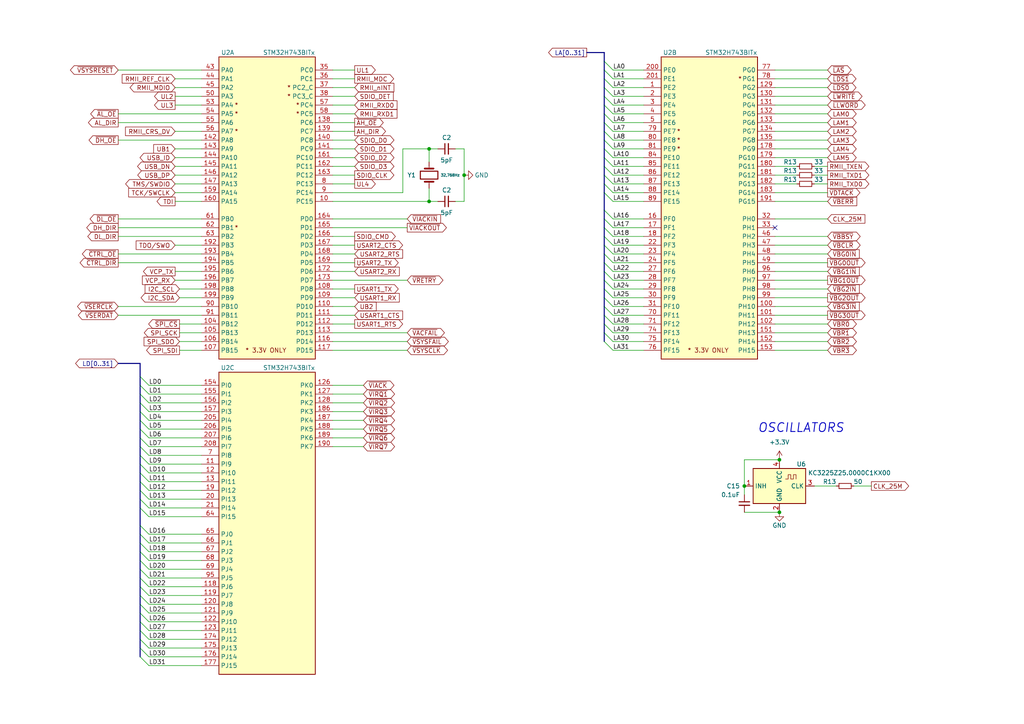
<source format=kicad_sch>
(kicad_sch (version 20230121) (generator eeschema)
  (paper "A4")
  (title_block (title "BigBoy") (rev "1"))
  (junction (at 134.62 50.8))
  (junction (at 124.46 43.18))
  (junction (at 215.9 140.97))
  (junction (at 124.46 58.42))
  (junction (at 226.06 148.59))
  (junction (at 226.06 133.35))
  (no_connect (at 224.79 66.04))
  (bus_entry (at 175.26 22.86) (size 2.54 2.54))
  (bus_entry (at 40.64 187.96) (size 2.54 2.54))
  (bus_entry (at 40.64 157.48) (size 2.54 2.54))
  (bus_entry (at 40.64 139.7) (size 2.54 2.54))
  (bus_entry (at 40.64 119.38) (size 2.54 2.54))
  (bus_entry (at 40.64 160.02) (size 2.54 2.54))
  (bus_entry (at 175.26 99.06) (size 2.54 2.54))
  (bus_entry (at 175.26 48.26) (size 2.54 2.54))
  (bus_entry (at 175.26 88.9) (size 2.54 2.54))
  (bus_entry (at 175.26 35.56) (size 2.54 2.54))
  (bus_entry (at 175.26 43.18) (size 2.54 2.54))
  (bus_entry (at 175.26 71.12) (size 2.54 2.54))
  (bus_entry (at 40.64 129.54) (size 2.54 2.54))
  (bus_entry (at 175.26 91.44) (size 2.54 2.54))
  (bus_entry (at 175.26 55.88) (size 2.54 2.54))
  (bus_entry (at 40.64 111.76) (size 2.54 2.54))
  (bus_entry (at 175.26 76.2) (size 2.54 2.54))
  (bus_entry (at 175.26 45.72) (size 2.54 2.54))
  (bus_entry (at 40.64 137.16) (size 2.54 2.54))
  (bus_entry (at 40.64 185.42) (size 2.54 2.54))
  (bus_entry (at 40.64 175.26) (size 2.54 2.54))
  (bus_entry (at 175.26 81.28) (size 2.54 2.54))
  (bus_entry (at 40.64 152.4) (size 2.54 2.54))
  (bus_entry (at 175.26 96.52) (size 2.54 2.54))
  (bus_entry (at 40.64 147.32) (size 2.54 2.54))
  (bus_entry (at 40.64 180.34) (size 2.54 2.54))
  (bus_entry (at 40.64 134.62) (size 2.54 2.54))
  (bus_entry (at 175.26 66.04) (size 2.54 2.54))
  (bus_entry (at 40.64 116.84) (size 2.54 2.54))
  (bus_entry (at 175.26 40.64) (size 2.54 2.54))
  (bus_entry (at 175.26 50.8) (size 2.54 2.54))
  (bus_entry (at 40.64 154.94) (size 2.54 2.54))
  (bus_entry (at 40.64 172.72) (size 2.54 2.54))
  (bus_entry (at 175.26 63.5) (size 2.54 2.54))
  (bus_entry (at 175.26 60.96) (size 2.54 2.54))
  (bus_entry (at 40.64 124.46) (size 2.54 2.54))
  (bus_entry (at 40.64 167.64) (size 2.54 2.54))
  (bus_entry (at 40.64 132.08) (size 2.54 2.54))
  (bus_entry (at 175.26 78.74) (size 2.54 2.54))
  (bus_entry (at 40.64 165.1) (size 2.54 2.54))
  (bus_entry (at 175.26 30.48) (size 2.54 2.54))
  (bus_entry (at 40.64 109.22) (size 2.54 2.54))
  (bus_entry (at 40.64 121.92) (size 2.54 2.54))
  (bus_entry (at 40.64 142.24) (size 2.54 2.54))
  (bus_entry (at 175.26 17.78) (size 2.54 2.54))
  (bus_entry (at 40.64 170.18) (size 2.54 2.54))
  (bus_entry (at 175.26 93.98) (size 2.54 2.54))
  (bus_entry (at 175.26 86.36) (size 2.54 2.54))
  (bus_entry (at 40.64 114.3) (size 2.54 2.54))
  (bus_entry (at 175.26 20.32) (size 2.54 2.54))
  (bus_entry (at 175.26 33.02) (size 2.54 2.54))
  (bus_entry (at 175.26 25.4) (size 2.54 2.54))
  (bus_entry (at 40.64 144.78) (size 2.54 2.54))
  (bus_entry (at 175.26 27.94) (size 2.54 2.54))
  (bus_entry (at 175.26 73.66) (size 2.54 2.54))
  (bus_entry (at 40.64 177.8) (size 2.54 2.54))
  (bus_entry (at 40.64 127) (size 2.54 2.54))
  (bus_entry (at 175.26 38.1) (size 2.54 2.54))
  (bus_entry (at 40.64 190.5) (size 2.54 2.54))
  (bus_entry (at 175.26 83.82) (size 2.54 2.54))
  (bus_entry (at 175.26 53.34) (size 2.54 2.54))
  (bus_entry (at 175.26 68.58) (size 2.54 2.54))
  (bus_entry (at 40.64 182.88) (size 2.54 2.54))
  (bus_entry (at 40.64 162.56) (size 2.54 2.54))
  (bus (pts (xy 175.26 38.1) (xy 175.26 40.64)))
  (wire (pts (xy 116.84 55.88) (xy 96.52 55.88)))
  (bus (pts (xy 175.26 60.96) (xy 175.26 63.5)))
  (wire (pts (xy 224.79 91.44) (xy 240.03 91.44)))
  (wire (pts (xy 116.84 43.18) (xy 116.84 55.88)))
  (wire (pts (xy 43.18 137.16) (xy 58.42 137.16)))
  (wire (pts (xy 177.8 96.52) (xy 186.69 96.52)))
  (bus (pts (xy 175.26 15.24) (xy 170.18 15.24)))
  (wire (pts (xy 224.79 33.02) (xy 240.03 33.02)))
  (wire (pts (xy 50.8 38.1) (xy 58.42 38.1)))
  (wire (pts (xy 43.18 127) (xy 58.42 127)))
  (bus (pts (xy 40.64 109.22) (xy 40.64 111.76)))
  (bus (pts (xy 175.26 68.58) (xy 175.26 71.12)))
  (wire (pts (xy 50.8 53.34) (xy 58.42 53.34)))
  (wire (pts (xy 177.8 43.18) (xy 186.69 43.18)))
  (bus (pts (xy 40.64 111.76) (xy 40.64 114.3)))
  (wire (pts (xy 50.8 58.42) (xy 58.42 58.42)))
  (bus (pts (xy 175.26 45.72) (xy 175.26 48.26)))
  (wire (pts (xy 224.79 99.06) (xy 240.03 99.06)))
  (wire (pts (xy 177.8 63.5) (xy 186.69 63.5)))
  (wire (pts (xy 96.52 96.52) (xy 118.11 96.52)))
  (wire (pts (xy 96.52 53.34) (xy 102.87 53.34)))
  (bus (pts (xy 40.64 119.38) (xy 40.64 121.92)))
  (wire (pts (xy 215.9 140.97) (xy 215.9 133.35)))
  (wire (pts (xy 177.8 78.74) (xy 186.69 78.74)))
  (wire (pts (xy 124.46 43.18) (xy 127 43.18)))
  (wire (pts (xy 215.9 140.97) (xy 215.9 143.51)))
  (wire (pts (xy 43.18 157.48) (xy 58.42 157.48)))
  (bus (pts (xy 175.26 63.5) (xy 175.26 66.04)))
  (wire (pts (xy 236.22 53.34) (xy 240.03 53.34)))
  (wire (pts (xy 177.8 40.64) (xy 186.69 40.64)))
  (bus (pts (xy 40.64 144.78) (xy 40.64 147.32)))
  (bus (pts (xy 175.26 66.04) (xy 175.26 68.58)))
  (wire (pts (xy 43.18 124.46) (xy 58.42 124.46)))
  (bus (pts (xy 175.26 43.18) (xy 175.26 45.72)))
  (wire (pts (xy 96.52 20.32) (xy 102.87 20.32)))
  (wire (pts (xy 215.9 148.59) (xy 226.06 148.59)))
  (wire (pts (xy 96.52 38.1) (xy 102.87 38.1)))
  (wire (pts (xy 124.46 58.42) (xy 124.46 54.61)))
  (wire (pts (xy 224.79 55.88) (xy 240.03 55.88)))
  (wire (pts (xy 224.79 27.94) (xy 240.03 27.94)))
  (wire (pts (xy 177.8 27.94) (xy 186.69 27.94)))
  (wire (pts (xy 34.29 35.56) (xy 58.42 35.56)))
  (bus (pts (xy 175.26 27.94) (xy 175.26 30.48)))
  (bus (pts (xy 40.64 160.02) (xy 40.64 162.56)))
  (wire (pts (xy 43.18 144.78) (xy 58.42 144.78)))
  (bus (pts (xy 175.26 20.32) (xy 175.26 22.86)))
  (wire (pts (xy 177.8 35.56) (xy 186.69 35.56)))
  (wire (pts (xy 34.29 66.04) (xy 58.42 66.04)))
  (bus (pts (xy 40.64 167.64) (xy 40.64 170.18)))
  (wire (pts (xy 224.79 20.32) (xy 240.03 20.32)))
  (wire (pts (xy 96.52 88.9) (xy 102.87 88.9)))
  (bus (pts (xy 40.64 157.48) (xy 40.64 160.02)))
  (wire (pts (xy 177.8 55.88) (xy 186.69 55.88)))
  (wire (pts (xy 50.8 71.12) (xy 58.42 71.12)))
  (wire (pts (xy 96.52 50.8) (xy 102.87 50.8)))
  (wire (pts (xy 177.8 20.32) (xy 186.69 20.32)))
  (wire (pts (xy 50.8 50.8) (xy 58.42 50.8)))
  (bus (pts (xy 175.26 17.78) (xy 175.26 20.32)))
  (bus (pts (xy 175.26 96.52) (xy 175.26 99.06)))
  (wire (pts (xy 43.18 187.96) (xy 58.42 187.96)))
  (bus (pts (xy 40.64 147.32) (xy 40.64 152.4)))
  (bus (pts (xy 40.64 105.41) (xy 40.64 109.22)))
  (wire (pts (xy 43.18 114.3) (xy 58.42 114.3)))
  (wire (pts (xy 224.79 73.66) (xy 240.03 73.66)))
  (bus (pts (xy 40.64 165.1) (xy 40.64 167.64)))
  (wire (pts (xy 177.8 30.48) (xy 186.69 30.48)))
  (wire (pts (xy 50.8 55.88) (xy 58.42 55.88)))
  (wire (pts (xy 43.18 134.62) (xy 58.42 134.62)))
  (wire (pts (xy 50.8 27.94) (xy 58.42 27.94)))
  (wire (pts (xy 34.29 33.02) (xy 58.42 33.02)))
  (wire (pts (xy 43.18 139.7) (xy 58.42 139.7)))
  (wire (pts (xy 96.52 68.58) (xy 102.87 68.58)))
  (wire (pts (xy 96.52 76.2) (xy 102.87 76.2)))
  (wire (pts (xy 224.79 86.36) (xy 240.03 86.36)))
  (bus (pts (xy 40.64 137.16) (xy 40.64 139.7)))
  (wire (pts (xy 96.52 66.04) (xy 118.11 66.04)))
  (wire (pts (xy 224.79 76.2) (xy 240.03 76.2)))
  (wire (pts (xy 52.07 83.82) (xy 58.42 83.82)))
  (wire (pts (xy 43.18 129.54) (xy 58.42 129.54)))
  (wire (pts (xy 43.18 147.32) (xy 58.42 147.32)))
  (wire (pts (xy 177.8 76.2) (xy 186.69 76.2)))
  (wire (pts (xy 224.79 81.28) (xy 240.03 81.28)))
  (wire (pts (xy 224.79 93.98) (xy 240.03 93.98)))
  (wire (pts (xy 50.8 25.4) (xy 58.42 25.4)))
  (wire (pts (xy 96.52 73.66) (xy 102.87 73.66)))
  (wire (pts (xy 43.18 111.76) (xy 58.42 111.76)))
  (bus (pts (xy 40.64 139.7) (xy 40.64 142.24)))
  (wire (pts (xy 96.52 93.98) (xy 102.87 93.98)))
  (wire (pts (xy 177.8 33.02) (xy 186.69 33.02)))
  (bus (pts (xy 40.64 180.34) (xy 40.64 182.88)))
  (wire (pts (xy 177.8 22.86) (xy 186.69 22.86)))
  (wire (pts (xy 132.08 58.42) (xy 134.62 58.42)))
  (bus (pts (xy 175.26 40.64) (xy 175.26 43.18)))
  (bus (pts (xy 40.64 127) (xy 40.64 129.54)))
  (bus (pts (xy 175.26 15.24) (xy 175.26 17.78)))
  (wire (pts (xy 177.8 45.72) (xy 186.69 45.72)))
  (bus (pts (xy 40.64 116.84) (xy 40.64 119.38)))
  (wire (pts (xy 224.79 101.6) (xy 240.03 101.6)))
  (wire (pts (xy 96.52 83.82) (xy 102.87 83.82)))
  (wire (pts (xy 96.52 40.64) (xy 102.87 40.64)))
  (wire (pts (xy 177.8 83.82) (xy 186.69 83.82)))
  (wire (pts (xy 43.18 193.04) (xy 58.42 193.04)))
  (wire (pts (xy 124.46 58.42) (xy 127 58.42)))
  (wire (pts (xy 96.52 91.44) (xy 102.87 91.44)))
  (wire (pts (xy 96.52 127) (xy 105.41 127)))
  (wire (pts (xy 177.8 93.98) (xy 186.69 93.98)))
  (wire (pts (xy 224.79 38.1) (xy 240.03 38.1)))
  (bus (pts (xy 40.64 121.92) (xy 40.64 124.46)))
  (wire (pts (xy 224.79 88.9) (xy 240.03 88.9)))
  (bus (pts (xy 175.26 25.4) (xy 175.26 27.94)))
  (wire (pts (xy 215.9 133.35) (xy 226.06 133.35)))
  (bus (pts (xy 175.26 93.98) (xy 175.26 96.52)))
  (wire (pts (xy 177.8 53.34) (xy 186.69 53.34)))
  (bus (pts (xy 175.26 53.34) (xy 175.26 55.88)))
  (wire (pts (xy 96.52 22.86) (xy 102.87 22.86)))
  (bus (pts (xy 175.26 83.82) (xy 175.26 86.36)))
  (wire (pts (xy 96.52 43.18) (xy 102.87 43.18)))
  (bus (pts (xy 40.64 172.72) (xy 40.64 175.26)))
  (wire (pts (xy 34.29 68.58) (xy 58.42 68.58)))
  (wire (pts (xy 96.52 63.5) (xy 118.11 63.5)))
  (wire (pts (xy 50.8 30.48) (xy 58.42 30.48)))
  (bus (pts (xy 40.64 177.8) (xy 40.64 180.34)))
  (bus (pts (xy 40.64 175.26) (xy 40.64 177.8)))
  (wire (pts (xy 224.79 53.34) (xy 231.14 53.34)))
  (wire (pts (xy 43.18 142.24) (xy 58.42 142.24)))
  (bus (pts (xy 40.64 114.3) (xy 40.64 116.84)))
  (wire (pts (xy 43.18 170.18) (xy 58.42 170.18)))
  (bus (pts (xy 175.26 22.86) (xy 175.26 25.4)))
  (wire (pts (xy 96.52 27.94) (xy 102.87 27.94)))
  (wire (pts (xy 34.29 20.32) (xy 58.42 20.32)))
  (wire (pts (xy 58.42 81.28) (xy 50.8 81.28)))
  (wire (pts (xy 236.22 48.26) (xy 240.03 48.26)))
  (wire (pts (xy 96.52 33.02) (xy 102.87 33.02)))
  (bus (pts (xy 40.64 142.24) (xy 40.64 144.78)))
  (wire (pts (xy 96.52 78.74) (xy 102.87 78.74)))
  (wire (pts (xy 96.52 99.06) (xy 118.11 99.06)))
  (bus (pts (xy 175.26 48.26) (xy 175.26 50.8)))
  (bus (pts (xy 40.64 162.56) (xy 40.64 165.1)))
  (wire (pts (xy 177.8 73.66) (xy 186.69 73.66)))
  (bus (pts (xy 175.26 81.28) (xy 175.26 83.82)))
  (wire (pts (xy 43.18 154.94) (xy 58.42 154.94)))
  (wire (pts (xy 52.07 96.52) (xy 58.42 96.52)))
  (bus (pts (xy 175.26 88.9) (xy 175.26 91.44)))
  (wire (pts (xy 34.29 63.5) (xy 58.42 63.5)))
  (wire (pts (xy 96.52 30.48) (xy 102.87 30.48)))
  (wire (pts (xy 58.42 78.74) (xy 50.8 78.74)))
  (wire (pts (xy 43.18 160.02) (xy 58.42 160.02)))
  (wire (pts (xy 224.79 96.52) (xy 240.03 96.52)))
  (wire (pts (xy 224.79 58.42) (xy 240.03 58.42)))
  (bus (pts (xy 175.26 86.36) (xy 175.26 88.9)))
  (bus (pts (xy 40.64 129.54) (xy 40.64 132.08)))
  (wire (pts (xy 96.52 121.92) (xy 105.41 121.92)))
  (wire (pts (xy 177.8 66.04) (xy 186.69 66.04)))
  (bus (pts (xy 40.64 134.62) (xy 40.64 137.16)))
  (wire (pts (xy 96.52 35.56) (xy 102.87 35.56)))
  (bus (pts (xy 40.64 170.18) (xy 40.64 172.72)))
  (bus (pts (xy 175.26 35.56) (xy 175.26 38.1)))
  (wire (pts (xy 43.18 190.5) (xy 58.42 190.5)))
  (wire (pts (xy 43.18 172.72) (xy 58.42 172.72)))
  (bus (pts (xy 175.26 78.74) (xy 175.26 81.28)))
  (wire (pts (xy 134.62 43.18) (xy 134.62 50.8)))
  (bus (pts (xy 175.26 50.8) (xy 175.26 53.34)))
  (bus (pts (xy 40.64 182.88) (xy 40.64 185.42)))
  (wire (pts (xy 52.07 101.6) (xy 58.42 101.6)))
  (wire (pts (xy 224.79 50.8) (xy 231.14 50.8)))
  (wire (pts (xy 34.29 88.9) (xy 58.42 88.9)))
  (wire (pts (xy 177.8 25.4) (xy 186.69 25.4)))
  (wire (pts (xy 50.8 48.26) (xy 58.42 48.26)))
  (bus (pts (xy 40.64 185.42) (xy 40.64 187.96)))
  (wire (pts (xy 96.52 111.76) (xy 105.41 111.76)))
  (wire (pts (xy 34.29 91.44) (xy 58.42 91.44)))
  (bus (pts (xy 175.26 55.88) (xy 175.26 60.96)))
  (wire (pts (xy 224.79 40.64) (xy 240.03 40.64)))
  (wire (pts (xy 43.18 116.84) (xy 58.42 116.84)))
  (wire (pts (xy 177.8 50.8) (xy 186.69 50.8)))
  (wire (pts (xy 224.79 25.4) (xy 240.03 25.4)))
  (bus (pts (xy 40.64 187.96) (xy 40.64 190.5)))
  (wire (pts (xy 224.79 35.56) (xy 240.03 35.56)))
  (wire (pts (xy 43.18 167.64) (xy 58.42 167.64)))
  (wire (pts (xy 96.52 45.72) (xy 102.87 45.72)))
  (wire (pts (xy 116.84 43.18) (xy 124.46 43.18)))
  (wire (pts (xy 224.79 83.82) (xy 240.03 83.82)))
  (wire (pts (xy 177.8 86.36) (xy 186.69 86.36)))
  (wire (pts (xy 96.52 58.42) (xy 124.46 58.42)))
  (wire (pts (xy 96.52 114.3) (xy 105.41 114.3)))
  (wire (pts (xy 224.79 22.86) (xy 240.03 22.86)))
  (wire (pts (xy 236.22 140.97) (xy 242.57 140.97)))
  (wire (pts (xy 224.79 30.48) (xy 240.03 30.48)))
  (wire (pts (xy 96.52 129.54) (xy 105.41 129.54)))
  (wire (pts (xy 96.52 86.36) (xy 102.87 86.36)))
  (bus (pts (xy 175.26 76.2) (xy 175.26 78.74)))
  (wire (pts (xy 224.79 43.18) (xy 240.03 43.18)))
  (wire (pts (xy 247.65 140.97) (xy 252.73 140.97)))
  (bus (pts (xy 175.26 73.66) (xy 175.26 76.2)))
  (wire (pts (xy 43.18 162.56) (xy 58.42 162.56)))
  (wire (pts (xy 43.18 149.86) (xy 58.42 149.86)))
  (wire (pts (xy 50.8 22.86) (xy 58.42 22.86)))
  (wire (pts (xy 224.79 48.26) (xy 231.14 48.26)))
  (wire (pts (xy 96.52 124.46) (xy 105.41 124.46)))
  (wire (pts (xy 43.18 180.34) (xy 58.42 180.34)))
  (wire (pts (xy 224.79 71.12) (xy 240.03 71.12)))
  (wire (pts (xy 177.8 81.28) (xy 186.69 81.28)))
  (bus (pts (xy 175.26 91.44) (xy 175.26 93.98)))
  (wire (pts (xy 43.18 177.8) (xy 58.42 177.8)))
  (wire (pts (xy 224.79 78.74) (xy 240.03 78.74)))
  (wire (pts (xy 177.8 71.12) (xy 186.69 71.12)))
  (wire (pts (xy 96.52 71.12) (xy 102.87 71.12)))
  (wire (pts (xy 224.79 45.72) (xy 240.03 45.72)))
  (wire (pts (xy 52.07 99.06) (xy 58.42 99.06)))
  (wire (pts (xy 96.52 119.38) (xy 105.41 119.38)))
  (bus (pts (xy 40.64 124.46) (xy 40.64 127)))
  (wire (pts (xy 52.07 86.36) (xy 58.42 86.36)))
  (wire (pts (xy 132.08 43.18) (xy 134.62 43.18)))
  (wire (pts (xy 177.8 88.9) (xy 186.69 88.9)))
  (wire (pts (xy 50.8 43.18) (xy 58.42 43.18)))
  (bus (pts (xy 40.64 105.41) (xy 34.29 105.41)))
  (wire (pts (xy 43.18 182.88) (xy 58.42 182.88)))
  (bus (pts (xy 40.64 154.94) (xy 40.64 157.48)))
  (wire (pts (xy 43.18 121.92) (xy 58.42 121.92)))
  (wire (pts (xy 43.18 119.38) (xy 58.42 119.38)))
  (bus (pts (xy 175.26 30.48) (xy 175.26 33.02)))
  (wire (pts (xy 177.8 48.26) (xy 186.69 48.26)))
  (wire (pts (xy 96.52 48.26) (xy 102.87 48.26)))
  (wire (pts (xy 50.8 45.72) (xy 58.42 45.72)))
  (wire (pts (xy 96.52 81.28) (xy 118.11 81.28)))
  (wire (pts (xy 34.29 40.64) (xy 58.42 40.64)))
  (bus (pts (xy 175.26 33.02) (xy 175.26 35.56)))
  (wire (pts (xy 124.46 43.18) (xy 124.46 46.99)))
  (wire (pts (xy 96.52 116.84) (xy 105.41 116.84)))
  (wire (pts (xy 177.8 68.58) (xy 186.69 68.58)))
  (wire (pts (xy 177.8 91.44) (xy 186.69 91.44)))
  (wire (pts (xy 224.79 63.5) (xy 240.03 63.5)))
  (wire (pts (xy 96.52 101.6) (xy 118.11 101.6)))
  (wire (pts (xy 177.8 101.6) (xy 186.69 101.6)))
  (bus (pts (xy 40.64 152.4) (xy 40.64 154.94)))
  (wire (pts (xy 52.07 93.98) (xy 58.42 93.98)))
  (wire (pts (xy 96.52 25.4) (xy 102.87 25.4)))
  (wire (pts (xy 43.18 185.42) (xy 58.42 185.42)))
  (wire (pts (xy 236.22 50.8) (xy 240.03 50.8)))
  (bus (pts (xy 175.26 71.12) (xy 175.26 73.66)))
  (wire (pts (xy 43.18 132.08) (xy 58.42 132.08)))
  (wire (pts (xy 43.18 175.26) (xy 58.42 175.26)))
  (wire (pts (xy 43.18 165.1) (xy 58.42 165.1)))
  (wire (pts (xy 177.8 38.1) (xy 186.69 38.1)))
  (wire (pts (xy 34.29 73.66) (xy 58.42 73.66)))
  (wire (pts (xy 224.79 68.58) (xy 240.03 68.58)))
  (bus (pts (xy 40.64 132.08) (xy 40.64 134.62)))
  (wire (pts (xy 177.8 99.06) (xy 186.69 99.06)))
  (wire (pts (xy 177.8 58.42) (xy 186.69 58.42)))
  (wire (pts (xy 34.29 76.2) (xy 58.42 76.2)))
  (wire (pts (xy 134.62 50.8) (xy 134.62 58.42)))
  (text "OSCILLATORS" (at 219.71 125.73 0) (effects (font (size 2.56 2.56) (thickness 0.254) bold italic) (justify left bottom)))
  (label "LD12" (at 43.18 142.24 0))
  (label "LA17" (at 177.8 66.04 0))
  (label "LD16" (at 43.18 154.94 0))
  (label "LA23" (at 177.8 81.28 0))
  (label "LD0" (at 43.18 111.76 0))
  (label "LA16" (at 177.8 63.5 0))
  (label "LA6" (at 177.8 35.56 0))
  (label "LD26" (at 43.18 180.34 0))
  (label "LA14" (at 177.8 55.88 0))
  (label "LD5" (at 43.18 124.46 0))
  (label "LA15" (at 177.8 58.42 0))
  (label "LD15" (at 43.18 149.86 0))
  (label "LD11" (at 43.18 139.7 0))
  (label "LD7" (at 43.18 129.54 0))
  (label "LA27" (at 177.8 91.44 0))
  (label "LD13" (at 43.18 144.78 0))
  (label "LD14" (at 43.18 147.32 0))
  (label "LD18" (at 43.18 160.02 0))
  (label "LA25" (at 177.8 86.36 0))
  (label "LD21" (at 43.18 167.64 0))
  (label "LD28" (at 43.18 185.42 0))
  (label "LA21" (at 177.8 76.2 0))
  (label "LA3" (at 177.8 27.94 0))
  (label "LA20" (at 177.8 73.66 0))
  (label "LA11" (at 177.8 48.26 0))
  (label "LA13" (at 177.8 53.34 0))
  (label "LD25" (at 43.18 177.8 0))
  (label "LD17" (at 43.18 157.48 0))
  (label "LA29" (at 177.8 96.52 0))
  (label "LD10" (at 43.18 137.16 0))
  (label "LD9" (at 43.18 134.62 0))
  (label "LA22" (at 177.8 78.74 0))
  (label "LA10" (at 177.8 45.72 0))
  (label "LD27" (at 43.18 182.88 0))
  (label "LD4" (at 43.18 121.92 0))
  (label "LD8" (at 43.18 132.08 0))
  (label "LD29" (at 43.18 187.96 0))
  (label "LA5" (at 177.8 33.02 0))
  (label "LA12" (at 177.8 50.8 0))
  (label "LA4" (at 177.8 30.48 0))
  (label "LA9" (at 177.8 43.18 0))
  (label "LA2" (at 177.8 25.4 0))
  (label "LA0" (at 177.8 20.32 0))
  (label "LD19" (at 43.18 162.56 0))
  (label "LA28" (at 177.8 93.98 0))
  (label "LD6" (at 43.18 127 0))
  (label "LD22" (at 43.18 170.18 0))
  (label "LA31" (at 177.8 101.6 0))
  (label "LA1" (at 177.8 22.86 0))
  (label "LD1" (at 43.18 114.3 0))
  (label "LD2" (at 43.18 116.84 0))
  (label "LA26" (at 177.8 88.9 0))
  (label "LD3" (at 43.18 119.38 0))
  (label "LA7" (at 177.8 38.1 0))
  (label "LD23" (at 43.18 172.72 0))
  (label "LD30" (at 43.18 190.5 0))
  (label "LA24" (at 177.8 83.82 0))
  (label "LD31" (at 43.18 193.04 0))
  (label "LA19" (at 177.8 71.12 0))
  (label "LD20" (at 43.18 165.1 0))
  (label "LA8" (at 177.8 40.64 0))
  (label "LA30" (at 177.8 99.06 0))
  (label "LD24" (at 43.18 175.26 0))
  (label "LA18" (at 177.8 68.58 0))
  (global_label "SPI_SDO" (shape input) (at 52.07 99.06 180) (property "Intersheetrefs" "${INTERSHEET_REFS}" (effects hide)))
  (global_label "~{VIRQ5}" (shape bidirectional) (at 105.41 124.46 0) (property "Intersheetrefs" "${INTERSHEET_REFS}" (effects hide)))
  (global_label "VCP_TX" (shape output) (at 50.8 78.74 180) (property "Intersheetrefs" "${INTERSHEET_REFS}" (effects hide)))
  (global_label "~{VBG2IN}" (shape input) (at 240.03 83.82 0) (property "Intersheetrefs" "${INTERSHEET_REFS}" (effects hide)))
  (global_label "~{VIACKOUT}" (shape output) (at 118.11 66.04 0) (property "Intersheetrefs" "${INTERSHEET_REFS}" (effects hide)))
  (global_label "~{CTRL_OE}" (shape output) (at 34.29 73.66 180) (property "Intersheetrefs" "${INTERSHEET_REFS}" (effects hide)))
  (global_label "TMS{slash}SWDIO" (shape bidirectional) (at 50.8 53.34 180) (property "Intersheetrefs" "${INTERSHEET_REFS}" (effects hide)))
  (global_label "USB_DP" (shape bidirectional) (at 50.8 50.8 180) (property "Intersheetrefs" "${INTERSHEET_REFS}" (effects hide)))
  (global_label "~{VBR2}" (shape bidirectional) (at 240.03 99.06 0) (property "Intersheetrefs" "${INTERSHEET_REFS}" (effects hide)))
  (global_label "~{AL_OE}" (shape output) (at 34.29 33.02 180) (property "Intersheetrefs" "${INTERSHEET_REFS}" (effects hide)))
  (global_label "SDIO_CLK" (shape output) (at 102.87 50.8 0) (property "Intersheetrefs" "${INTERSHEET_REFS}" (effects hide)))
  (global_label "~{VBG1OUT}" (shape output) (at 240.03 81.28 0) (property "Intersheetrefs" "${INTERSHEET_REFS}" (effects hide)))
  (global_label "SDIO_CMD" (shape output) (at 102.87 68.58 0) (property "Intersheetrefs" "${INTERSHEET_REFS}" (effects hide)))
  (global_label "~{VIRQ2}" (shape bidirectional) (at 105.41 116.84 0) (property "Intersheetrefs" "${INTERSHEET_REFS}" (effects hide)))
  (global_label "UL2" (shape output) (at 50.8 27.94 180) (property "Intersheetrefs" "${INTERSHEET_REFS}" (effects hide)))
  (global_label "SDIO_DET" (shape input) (at 102.87 27.94 0) (property "Intersheetrefs" "${INTERSHEET_REFS}" (effects hide)))
  (global_label "~{VBG3OUT}" (shape output) (at 240.03 91.44 0) (property "Intersheetrefs" "${INTERSHEET_REFS}" (effects hide)))
  (global_label "CLK_25M" (shape input) (at 240.03 63.5 0) (property "Intersheetrefs" "${INTERSHEET_REFS}" (effects hide)))
  (global_label "USART1_RTS" (shape output) (at 102.87 93.98 0) (property "Intersheetrefs" "${INTERSHEET_REFS}" (effects hide)))
  (global_label "USART1_RX" (shape input) (at 102.87 86.36 0) (property "Intersheetrefs" "${INTERSHEET_REFS}" (effects hide)))
  (global_label "USART2_RTS" (shape input) (at 102.87 73.66 0) (property "Intersheetrefs" "${INTERSHEET_REFS}" (effects hide)))
  (global_label "USART1_CTS" (shape input) (at 102.87 91.44 0) (property "Intersheetrefs" "${INTERSHEET_REFS}" (effects hide)))
  (global_label "~{CTRL_DIR}" (shape output) (at 34.29 76.2 180) (property "Intersheetrefs" "${INTERSHEET_REFS}" (effects hide)))
  (global_label "LAM5" (shape bidirectional) (at 240.03 45.72 0) (property "Intersheetrefs" "${INTERSHEET_REFS}" (effects hide)))
  (global_label "~{DL_OE}" (shape output) (at 34.29 63.5 180) (property "Intersheetrefs" "${INTERSHEET_REFS}" (effects hide)))
  (global_label "~{VIRQ7}" (shape bidirectional) (at 105.41 129.54 0) (property "Intersheetrefs" "${INTERSHEET_REFS}" (effects hide)))
  (global_label "UB2" (shape input) (at 102.87 88.9 0) (property "Intersheetrefs" "${INTERSHEET_REFS}" (effects hide)))
  (global_label "UL3" (shape output) (at 50.8 30.48 180) (property "Intersheetrefs" "${INTERSHEET_REFS}" (effects hide)))
  (global_label "~{LLWORD}" (shape bidirectional) (at 240.03 30.48 0) (property "Intersheetrefs" "${INTERSHEET_REFS}" (effects hide)))
  (global_label "~{VRETRY}" (shape bidirectional) (at 118.11 81.28 0) (property "Intersheetrefs" "${INTERSHEET_REFS}" (effects hide)))
  (global_label "~{VSYSFAIL}" (shape bidirectional) (at 118.11 99.06 0) (property "Intersheetrefs" "${INTERSHEET_REFS}" (effects hide)))
  (global_label "~{DH_OE}" (shape output) (at 34.29 40.64 180) (property "Intersheetrefs" "${INTERSHEET_REFS}" (effects hide)))
  (global_label "USB_ID" (shape bidirectional) (at 50.8 45.72 180) (property "Intersheetrefs" "${INTERSHEET_REFS}" (effects hide)))
  (global_label "RMII_MDC" (shape output) (at 102.87 22.86 0) (property "Intersheetrefs" "${INTERSHEET_REFS}" (effects hide)))
  (global_label "UL4" (shape output) (at 102.87 53.34 0) (property "Intersheetrefs" "${INTERSHEET_REFS}" (effects hide)))
  (global_label "DH_DIR" (shape output) (at 34.29 66.04 180) (property "Intersheetrefs" "${INTERSHEET_REFS}" (effects hide)))
  (global_label "I2C_SDA" (shape bidirectional) (at 52.07 86.36 180) (property "Intersheetrefs" "${INTERSHEET_REFS}" (effects hide)))
  (global_label "TDO{slash}SWO" (shape input) (at 50.8 71.12 180) (property "Intersheetrefs" "${INTERSHEET_REFS}" (effects hide)))
  (global_label "LAM0" (shape bidirectional) (at 240.03 33.02 0) (property "Intersheetrefs" "${INTERSHEET_REFS}" (effects hide)))
  (global_label "UB1" (shape input) (at 50.8 43.18 180) (property "Intersheetrefs" "${INTERSHEET_REFS}" (effects hide)))
  (global_label "~{LWRITE}" (shape bidirectional) (at 240.03 27.94 0) (property "Intersheetrefs" "${INTERSHEET_REFS}" (effects hide)))
  (global_label "~{VIRQ3}" (shape bidirectional) (at 105.41 119.38 0) (property "Intersheetrefs" "${INTERSHEET_REFS}" (effects hide)))
  (global_label "AH_DIR" (shape output) (at 102.87 38.1 0) (property "Intersheetrefs" "${INTERSHEET_REFS}" (effects hide)))
  (global_label "~{VIACK}" (shape bidirectional) (at 105.41 111.76 0) (property "Intersheetrefs" "${INTERSHEET_REFS}" (effects hide)))
  (global_label "~{VBG2OUT}" (shape output) (at 240.03 86.36 0) (property "Intersheetrefs" "${INTERSHEET_REFS}" (effects hide)))
  (global_label "SDIO_D3" (shape bidirectional) (at 102.87 48.26 0) (property "Intersheetrefs" "${INTERSHEET_REFS}" (effects hide)))
  (global_label "~{VBG0IN}" (shape input) (at 240.03 73.66 0) (property "Intersheetrefs" "${INTERSHEET_REFS}" (effects hide)))
  (global_label "SDIO_D0" (shape bidirectional) (at 102.87 40.64 0) (property "Intersheetrefs" "${INTERSHEET_REFS}" (effects hide)))
  (global_label "~{VDTACK}" (shape output) (at 240.03 55.88 0) (property "Intersheetrefs" "${INTERSHEET_REFS}" (effects hide)))
  (global_label "~{SPI_CS}" (shape output) (at 52.07 93.98 180) (property "Intersheetrefs" "${INTERSHEET_REFS}" (effects hide)))
  (global_label "USART2_RX" (shape input) (at 102.87 78.74 0) (property "Intersheetrefs" "${INTERSHEET_REFS}" (effects hide)))
  (global_label "~{LDS0}" (shape bidirectional) (at 240.03 25.4 0) (property "Intersheetrefs" "${INTERSHEET_REFS}" (effects hide)))
  (global_label "USART2_TX" (shape output) (at 102.87 76.2 0) (property "Intersheetrefs" "${INTERSHEET_REFS}" (effects hide)))
  (global_label "RMII_REF_CLK" (shape input) (at 50.8 22.86 180) (property "Intersheetrefs" "${INTERSHEET_REFS}" (effects hide)))
  (global_label "LAM1" (shape bidirectional) (at 240.03 35.56 0) (property "Intersheetrefs" "${INTERSHEET_REFS}" (effects hide)))
  (global_label "~{VSYSRESET}" (shape bidirectional) (at 34.29 20.32 180) (property "Intersheetrefs" "${INTERSHEET_REFS}" (effects hide)))
  (global_label "RMII_TXD0" (shape output) (at 240.03 53.34 0) (property "Intersheetrefs" "${INTERSHEET_REFS}" (effects hide)))
  (global_label "~{VBERR}" (shape input) (at 240.03 58.42 0) (property "Intersheetrefs" "${INTERSHEET_REFS}" (effects hide)))
  (global_label "~{VBR1}" (shape bidirectional) (at 240.03 96.52 0) (property "Intersheetrefs" "${INTERSHEET_REFS}" (effects hide)))
  (global_label "TDI" (shape output) (at 50.8 58.42 180) (property "Intersheetrefs" "${INTERSHEET_REFS}" (effects hide)))
  (global_label "~{VBG3IN}" (shape input) (at 240.03 88.9 0) (property "Intersheetrefs" "${INTERSHEET_REFS}" (effects hide)))
  (global_label "USART1_TX" (shape output) (at 102.87 83.82 0) (property "Intersheetrefs" "${INTERSHEET_REFS}" (effects hide)))
  (global_label "~{VSYSCLK}" (shape bidirectional) (at 118.11 101.6 0) (property "Intersheetrefs" "${INTERSHEET_REFS}" (effects hide)))
  (global_label "RMII_nINT" (shape input) (at 102.87 25.4 0) (property "Intersheetrefs" "${INTERSHEET_REFS}" (effects hide)))
  (global_label "~{VIACKIN}" (shape input) (at 118.11 63.5 0) (property "Intersheetrefs" "${INTERSHEET_REFS}" (effects hide)))
  (global_label "I2C_SCL" (shape input) (at 52.07 83.82 180) (property "Intersheetrefs" "${INTERSHEET_REFS}" (effects hide)))
  (global_label "RMII_TXD1" (shape output) (at 240.03 50.8 0) (property "Intersheetrefs" "${INTERSHEET_REFS}" (effects hide)))
  (global_label "~{VBCLR}" (shape bidirectional) (at 240.03 71.12 0) (property "Intersheetrefs" "${INTERSHEET_REFS}" (effects hide)))
  (global_label "RMII_MDIO" (shape bidirectional) (at 50.8 25.4 180) (property "Intersheetrefs" "${INTERSHEET_REFS}" (effects hide)))
  (global_label "~{VBBSY}" (shape bidirectional) (at 240.03 68.58 0) (property "Intersheetrefs" "${INTERSHEET_REFS}" (effects hide)))
  (global_label "LAM4" (shape bidirectional) (at 240.03 43.18 0) (property "Intersheetrefs" "${INTERSHEET_REFS}" (effects hide)))
  (global_label "LA[0..31]" (shape output) (at 170.18 15.24 180) (property "Intersheetrefs" "${INTERSHEET_REFS}" (effects hide)))
  (global_label "VCP_RX" (shape input) (at 50.8 81.28 180) (property "Intersheetrefs" "${INTERSHEET_REFS}" (effects hide)))
  (global_label "SPI_SDI" (shape output) (at 52.07 101.6 180) (property "Intersheetrefs" "${INTERSHEET_REFS}" (effects hide)))
  (global_label "SDIO_D2" (shape bidirectional) (at 102.87 45.72 0) (property "Intersheetrefs" "${INTERSHEET_REFS}" (effects hide)))
  (global_label "RMII_TXEN" (shape output) (at 240.03 48.26 0) (property "Intersheetrefs" "${INTERSHEET_REFS}" (effects hide)))
  (global_label "~{VIRQ1}" (shape bidirectional) (at 105.41 114.3 0) (property "Intersheetrefs" "${INTERSHEET_REFS}" (effects hide)))
  (global_label "~{VACFAIL}" (shape bidirectional) (at 118.11 96.52 0) (property "Intersheetrefs" "${INTERSHEET_REFS}" (effects hide)))
  (global_label "RMII_RXD1" (shape input) (at 102.87 33.02 0) (property "Intersheetrefs" "${INTERSHEET_REFS}" (effects hide)))
  (global_label "~{LDS1}" (shape bidirectional) (at 240.03 22.86 0) (property "Intersheetrefs" "${INTERSHEET_REFS}" (effects hide)))
  (global_label "SDIO_D1" (shape bidirectional) (at 102.87 43.18 0) (property "Intersheetrefs" "${INTERSHEET_REFS}" (effects hide)))
  (global_label "~{VBR3}" (shape bidirectional) (at 240.03 101.6 0) (property "Intersheetrefs" "${INTERSHEET_REFS}" (effects hide)))
  (global_label "USB_DN" (shape bidirectional) (at 50.8 48.26 180) (property "Intersheetrefs" "${INTERSHEET_REFS}" (effects hide)))
  (global_label "~{VBG1IN}" (shape input) (at 240.03 78.74 0) (property "Intersheetrefs" "${INTERSHEET_REFS}" (effects hide)))
  (global_label "~{LAS}" (shape bidirectional) (at 240.03 20.32 0) (property "Intersheetrefs" "${INTERSHEET_REFS}" (effects hide)))
  (global_label "~{VIRQ4}" (shape bidirectional) (at 105.41 121.92 0) (property "Intersheetrefs" "${INTERSHEET_REFS}" (effects hide)))
  (global_label "SPI_SCK" (shape output) (at 52.07 96.52 180) (property "Intersheetrefs" "${INTERSHEET_REFS}" (effects hide)))
  (global_label "RMII_CRS_DV" (shape input) (at 50.8 38.1 180) (property "Intersheetrefs" "${INTERSHEET_REFS}" (effects hide)))
  (global_label "LD[0..31]" (shape bidirectional) (at 34.29 105.41 180) (property "Intersheetrefs" "${INTERSHEET_REFS}" (effects hide)))
  (global_label "~{VSERDAT}" (shape bidirectional) (at 34.29 91.44 180) (property "Intersheetrefs" "${INTERSHEET_REFS}" (effects hide)))
  (global_label "DL_DIR" (shape output) (at 34.29 68.58 180) (property "Intersheetrefs" "${INTERSHEET_REFS}" (effects hide)))
  (global_label "AL_DIR" (shape output) (at 34.29 35.56 180) (property "Intersheetrefs" "${INTERSHEET_REFS}" (effects hide)))
  (global_label "USART2_CTS" (shape output) (at 102.87 71.12 0) (property "Intersheetrefs" "${INTERSHEET_REFS}" (effects hide)))
  (global_label "LAM2" (shape bidirectional) (at 240.03 38.1 0) (property "Intersheetrefs" "${INTERSHEET_REFS}" (effects hide)))
  (global_label "CLK_25M" (shape output) (at 252.73 140.97 0) (property "Intersheetrefs" "${INTERSHEET_REFS}" (effects hide)))
  (global_label "~{VBR0}" (shape bidirectional) (at 240.03 93.98 0) (property "Intersheetrefs" "${INTERSHEET_REFS}" (effects hide)))
  (global_label "LAM3" (shape bidirectional) (at 240.03 40.64 0) (property "Intersheetrefs" "${INTERSHEET_REFS}" (effects hide)))
  (global_label "~{VBG0OUT}" (shape output) (at 240.03 76.2 0) (property "Intersheetrefs" "${INTERSHEET_REFS}" (effects hide)))
  (global_label "~{VSERCLK}" (shape bidirectional) (at 34.29 88.9 180) (property "Intersheetrefs" "${INTERSHEET_REFS}" (effects hide)))
  (global_label "~{AH_OE}" (shape output) (at 102.87 35.56 0) (property "Intersheetrefs" "${INTERSHEET_REFS}" (effects hide)))
  (global_label "TCK{slash}SWCLK" (shape input) (at 50.8 55.88 180) (property "Intersheetrefs" "${INTERSHEET_REFS}" (effects hide)))
  (global_label "~{VIRQ6}" (shape bidirectional) (at 105.41 127 0) (property "Intersheetrefs" "${INTERSHEET_REFS}" (effects hide)))
  (global_label "RMII_RXD0" (shape input) (at 102.87 30.48 0) (property "Intersheetrefs" "${INTERSHEET_REFS}" (effects hide)))
  (global_label "UL1" (shape output) (at 102.87 20.32 0) (property "Intersheetrefs" "${INTERSHEET_REFS}" (effects hide)))
  (symbol (lib_id "Device:R_Small") (at 233.68 48.26 90) (mirror x) (unit 1)
    (property "Reference" "R13" (at 231.14 46.99 90) (effects (justify left)))
    (property "Value" "33" (at 238.76 46.99 90) (effects (justify left)))
    (property "Footprint" "Resistor_SMD:R_0805_2012Metric_Pad1.20x1.40mm_HandSolder" (effects hide))
    (instances (project "Fidget" (path "" (reference "R13") (unit 1))) (project "IO" (path "" (reference "R13") (unit 1))) (project "BigBoy" (path "" (reference "R8") (unit 1)) (path "" (reference "R3") (unit 1)) (path "" (reference "R10") (unit 1))))
  )
  (symbol (lib_id "Device:Crystal") (at 124.46 50.8 270) (mirror x) (unit 1)
    (property "Reference" "Y1" (at 120.65 50.8 90) (effects (justify right)))
    (property "Value" "32,768Hz" (at 133.35 50.8 90) (effects (font (size 0.762 0.762)) (justify right)))
    (property "Footprint" "Crystal:Crystal_SMD_3215-2Pin_3.2x1.5mm" (effects hide))
  )
  (symbol (lib_id "Computie_Microcontrollers:STM32H743BITx") (at 77.47 58.42 0) (unit 1)
    (property "Reference" "U2" (at 66.04 15.24 0))
    (property "Value" "STM32H743BITx" (at 83.82 15.24 0))
    (property "Footprint" "Package_QFP:LQFP-208_28x28mm_P0.5mm" (effects hide))
    (property "Datasheet" "https://www.st.com/resource/en/datasheet/stm32h743bi.pdf" (effects hide))
  )
  (symbol (lib_id "Device:R_Small") (at 245.11 140.97 90) (mirror x) (unit 1)
    (property "Reference" "R13" (at 242.57 139.7 90) (effects (justify left)))
    (property "Value" "50" (at 250.19 139.7 90) (effects (justify left)))
    (property "Footprint" "Resistor_SMD:R_0805_2012Metric_Pad1.20x1.40mm_HandSolder" (effects hide))
    (instances (project "Fidget" (path "" (reference "R13") (unit 1))) (project "IO" (path "" (reference "R13") (unit 1))) (project "BigBoy" (path "" (reference "R8") (unit 1)) (path "" (reference "R3") (unit 1)) (path "" (reference "R13") (unit 1))))
  )
  (symbol (lib_id "Oscillator:KC2520Z") (at 226.06 140.97 0) (unit 1)
    (property "Reference" "U6" (at 232.41 134.62 0))
    (property "Value" "KC3225Z25.0000C1KX00" (at 246.38 137.16 0))
    (property "Footprint" "Crystal:Crystal_SMD_3225-4Pin_3.2x2.5mm_HandSoldering" (effects hide))
    (property "Datasheet" "https://global.kyocera.com/prdct/electro/product/pdf/clock_z_xz_e.pdf" (effects hide))
    (instances (project "Fidget" (path "" (reference "U6") (unit 1))) (project "BigBoy" (path "" (reference "U19") (unit 1)) (path "" (reference "U3") (unit 1))))
  )
  (symbol (lib_id "Device:C_Small") (at 129.54 58.42 90) (unit 1)
    (property "Reference" "C2" (at 129.54 55.88 90) (effects (justify top)))
    (property "Value" "5pF" (at 129.54 60.96 90) (effects (justify bottom)))
    (property "Footprint" "Capacitor_SMD:C_0805_2012Metric_Pad1.18x1.45mm_HandSolder" (effects hide))
  )
  (symbol (lib_id "Device:C_Small") (at 129.54 43.18 90) (unit 1)
    (property "Reference" "C2" (at 129.54 40.64 90) (effects (justify top)))
    (property "Value" "5pF" (at 129.54 45.72 90) (effects (justify bottom)))
    (property "Footprint" "Capacitor_SMD:C_0805_2012Metric_Pad1.18x1.45mm_HandSolder" (effects hide))
  )
  (symbol (lib_id "Device:R_Small") (at 233.68 53.34 90) (mirror x) (unit 1)
    (property "Reference" "R13" (at 231.14 52.07 90) (effects (justify left)))
    (property "Value" "33" (at 238.76 52.07 90) (effects (justify left)))
    (property "Footprint" "Resistor_SMD:R_0805_2012Metric_Pad1.20x1.40mm_HandSolder" (effects hide))
    (instances (project "Fidget" (path "" (reference "R13") (unit 1))) (project "IO" (path "" (reference "R13") (unit 1))) (project "BigBoy" (path "" (reference "R8") (unit 1)) (path "" (reference "R3") (unit 1)) (path "" (reference "R12") (unit 1))))
  )
  (symbol (lib_id "power:GND") (at 134.62 50.8 90) (unit 1)
    (property "Reference" "#PWR09" (effects hide))
    (property "Value" "GND" (at 139.7 50.8 90))
  )
  (symbol (lib_id "Device:R_Small") (at 233.68 50.8 90) (mirror x) (unit 1)
    (property "Reference" "R13" (at 231.14 49.53 90) (effects (justify left)))
    (property "Value" "33" (at 238.76 49.53 90) (effects (justify left)))
    (property "Footprint" "Resistor_SMD:R_0805_2012Metric_Pad1.20x1.40mm_HandSolder" (effects hide))
    (instances (project "Fidget" (path "" (reference "R13") (unit 1))) (project "IO" (path "" (reference "R13") (unit 1))) (project "BigBoy" (path "" (reference "R8") (unit 1)) (path "" (reference "R3") (unit 1)) (path "" (reference "R11") (unit 1))))
  )
  (symbol (lib_id "power:GND") (at 226.06 148.59 0) (unit 1)
    (property "Reference" "#PWR040" (effects hide))
    (property "Value" "GND" (at 226.06 152.4 0))
    (instances (project "Fidget" (path "" (reference "#PWR040") (unit 1))) (project "BigBoy" (path "" (reference "#PWR074") (unit 1)) (path "" (reference "#PWR038") (unit 1))))
  )
  (symbol (lib_id "power:+3.3V") (at 226.06 133.35 0) (unit 1)
    (property "Reference" "#PWR039" (effects hide))
    (property "Value" "+3.3V" (at 226.06 128.27 0))
    (instances (project "Fidget" (path "" (reference "#PWR039") (unit 1))) (project "BigBoy" (path "" (reference "#PWR073") (unit 1)) (path "" (reference "#PWR037") (unit 1))))
  )
  (symbol (lib_id "Computie_Microcontrollers:STM32H743BITx") (at 77.47 149.86 0) (unit 3)
    (property "Reference" "U2" (at 66.04 106.68 0))
    (property "Value" "STM32H743BITx" (at 83.82 106.68 0))
    (property "Footprint" "Package_QFP:LQFP-208_28x28mm_P0.5mm" (effects hide))
    (property "Datasheet" "https://www.st.com/resource/en/datasheet/stm32h743bi.pdf" (effects hide))
  )
  (symbol (lib_id "Computie_Microcontrollers:STM32H743BITx") (at 205.74 58.42 0) (unit 2)
    (property "Reference" "U2" (at 194.31 15.24 0))
    (property "Value" "STM32H743BITx" (at 212.09 15.24 0))
    (property "Footprint" "Package_QFP:LQFP-208_28x28mm_P0.5mm" (effects hide))
    (property "Datasheet" "https://www.st.com/resource/en/datasheet/stm32h743bi.pdf" (effects hide))
  )
  (symbol (lib_id "Device:C_Small") (at 215.9 146.05 0) (mirror y) (unit 1)
    (property "Reference" "C15" (at 214.63 140.97 0) (effects (justify left)))
    (property "Value" "0.1uF" (at 214.63 143.51 0) (effects (justify left)))
    (property "Footprint" "Capacitor_SMD:C_0805_2012Metric_Pad1.18x1.45mm_HandSolder" (effects hide))
    (instances (project "Fidget" (path "" (reference "C15") (unit 1))) (project "BigBoy" (path "" (reference "C15") (unit 1)) (path "" (reference "C28") (unit 1))))
  )
)
</source>
